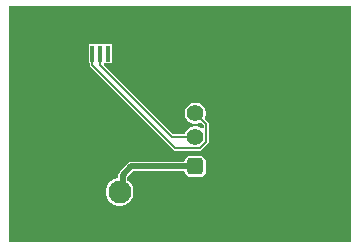
<source format=gbr>
%TF.GenerationSoftware,Altium Limited,Altium Designer,24.2.2 (26)*%
G04 Layer_Physical_Order=1*
G04 Layer_Color=255*
%FSLAX45Y45*%
%MOMM*%
%TF.SameCoordinates,ED05C265-6832-4B09-BD0A-DE9E8D978F3E*%
%TF.FilePolarity,Positive*%
%TF.FileFunction,Copper,L1,Top,Signal*%
%TF.Part,Single*%
G01*
G75*
%TA.AperFunction,Conductor*%
%ADD10C,0.50000*%
%TA.AperFunction,ConnectorPad*%
%ADD11R,0.40000X1.35000*%
%ADD12R,1.50000X1.90000*%
%TA.AperFunction,Conductor*%
%ADD13C,0.18000*%
%TA.AperFunction,ComponentPad*%
%ADD14C,1.42000*%
G04:AMPARAMS|DCode=15|XSize=1.42mm|YSize=1.42mm|CornerRadius=0.355mm|HoleSize=0mm|Usage=FLASHONLY|Rotation=90.000|XOffset=0mm|YOffset=0mm|HoleType=Round|Shape=RoundedRectangle|*
%AMROUNDEDRECTD15*
21,1,1.42000,0.71000,0,0,90.0*
21,1,0.71000,1.42000,0,0,90.0*
1,1,0.71000,0.35500,0.35500*
1,1,0.71000,0.35500,-0.35500*
1,1,0.71000,-0.35500,-0.35500*
1,1,0.71000,-0.35500,0.35500*
%
%ADD15ROUNDEDRECTD15*%
%ADD16C,3.45000*%
%ADD17C,1.45000*%
G04:AMPARAMS|DCode=18|XSize=1.95mm|YSize=1.95mm|CornerRadius=0.4875mm|HoleSize=0mm|Usage=FLASHONLY|Rotation=0.000|XOffset=0mm|YOffset=0mm|HoleType=Round|Shape=RoundedRectangle|*
%AMROUNDEDRECTD18*
21,1,1.95000,0.97500,0,0,0.0*
21,1,0.97500,1.95000,0,0,0.0*
1,1,0.97500,0.48750,-0.48750*
1,1,0.97500,-0.48750,-0.48750*
1,1,0.97500,-0.48750,0.48750*
1,1,0.97500,0.48750,0.48750*
%
%ADD18ROUNDEDRECTD18*%
%ADD19C,1.95000*%
G36*
X6810000Y2260000D02*
X3910000D01*
Y4260000D01*
X6810000D01*
Y2260000D01*
D02*
G37*
%LPC*%
G36*
X4782700Y3935200D02*
X4587300D01*
Y3774800D01*
X4597874D01*
Y3760500D01*
X4599559Y3752033D01*
X4604355Y3744855D01*
X5307555Y3041655D01*
X5314733Y3036859D01*
X5323200Y3035175D01*
X5529398D01*
X5537864Y3036859D01*
X5545043Y3041655D01*
X5599345Y3095958D01*
X5604141Y3103136D01*
X5605825Y3111603D01*
Y3257300D01*
X5604141Y3265767D01*
X5599345Y3272945D01*
X5569069Y3303221D01*
X5575798Y3314876D01*
X5582000Y3338020D01*
Y3361981D01*
X5575798Y3385125D01*
X5563818Y3405875D01*
X5546875Y3422818D01*
X5526125Y3434798D01*
X5502981Y3441000D01*
X5479020D01*
X5455876Y3434798D01*
X5435125Y3422818D01*
X5418182Y3405875D01*
X5406202Y3385125D01*
X5400000Y3361981D01*
Y3338020D01*
X5406202Y3314876D01*
X5418182Y3294125D01*
X5435125Y3277182D01*
X5455876Y3265202D01*
X5479020Y3259000D01*
X5502981D01*
X5526125Y3265202D01*
X5537780Y3271931D01*
X5561575Y3248135D01*
Y3224712D01*
X5549842Y3219852D01*
X5546875Y3222818D01*
X5526125Y3234798D01*
X5502981Y3241000D01*
X5479020D01*
X5455876Y3234798D01*
X5435125Y3222818D01*
X5418182Y3205875D01*
X5406202Y3185125D01*
X5402719Y3172125D01*
X5304664D01*
X4714689Y3762100D01*
X4719950Y3774800D01*
X4782700D01*
Y3935200D01*
D02*
G37*
G36*
X5526500Y2992087D02*
X5455500D01*
X5433845Y2987780D01*
X5415487Y2975513D01*
X5403220Y2957155D01*
X5399497Y2938439D01*
X4947622D01*
X4932912Y2935513D01*
X4920442Y2927180D01*
X4920441Y2927180D01*
X4850564Y2857302D01*
X4842231Y2844832D01*
X4839305Y2830122D01*
X4839305Y2830121D01*
Y2802498D01*
X4834530D01*
X4804646Y2794490D01*
X4777853Y2779021D01*
X4755976Y2757144D01*
X4740507Y2730351D01*
X4732500Y2700467D01*
Y2669529D01*
X4740507Y2639644D01*
X4755976Y2612851D01*
X4777853Y2590974D01*
X4804646Y2575505D01*
X4834530Y2567498D01*
X4865469D01*
X4895353Y2575505D01*
X4922146Y2590974D01*
X4944023Y2612851D01*
X4959492Y2639644D01*
X4967499Y2669529D01*
Y2700467D01*
X4959492Y2730351D01*
X4944023Y2757144D01*
X4922146Y2779021D01*
X4916182Y2782464D01*
Y2814200D01*
X4963544Y2861561D01*
X5399497D01*
X5403220Y2842845D01*
X5415487Y2824487D01*
X5433845Y2812220D01*
X5455500Y2807913D01*
X5526500D01*
X5548155Y2812220D01*
X5566513Y2824487D01*
X5578780Y2842845D01*
X5583087Y2864500D01*
Y2935500D01*
X5578780Y2957155D01*
X5566513Y2975513D01*
X5548155Y2987780D01*
X5526500Y2992087D01*
D02*
G37*
%LPD*%
D10*
X5005000Y4170000D02*
G03*
X5005000Y4170000I-25000J0D01*
G01*
Y4080000D02*
G03*
X5005000Y4080000I-25000J0D01*
G01*
X4285000Y4170000D02*
G03*
X4285000Y4170000I-25000J0D01*
G01*
Y4080000D02*
G03*
X4285000Y4080000I-25000J0D01*
G01*
X4877744Y2830122D02*
X4947622Y2900000D01*
X4877744Y2712742D02*
Y2830122D01*
X4849999Y2684998D02*
X4877744Y2712742D01*
X4947622Y2900000D02*
X5491000D01*
D11*
X4750000Y3855000D02*
D03*
X4685000D02*
D03*
X4620000D02*
D03*
X4555000D02*
D03*
X4490000D02*
D03*
D12*
X4720000Y4125000D02*
D03*
X4520000D02*
D03*
D13*
X4620000Y3760500D02*
Y3855000D01*
X5323200Y3057300D02*
X5529398D01*
X4620000Y3760500D02*
X5323200Y3057300D01*
X5529398D02*
X5583700Y3111603D01*
Y3257300D01*
X5491000Y3350000D02*
X5583700Y3257300D01*
X4685000Y3760500D02*
X5295499Y3150000D01*
X5491000D01*
X4685000Y3760500D02*
Y3855000D01*
D14*
X5491000Y3350000D02*
D03*
Y3150000D02*
D03*
Y3600000D02*
D03*
D15*
Y2900000D02*
D03*
D16*
X5762000Y2593000D02*
D03*
Y3907000D02*
D03*
D17*
X4370000Y3855000D02*
D03*
X4870000D02*
D03*
D18*
X4350000Y2684998D02*
D03*
D19*
X4849999D02*
D03*
%TF.MD5,4168c8f51e4262237a50bc4d85e0ea77*%
M02*

</source>
